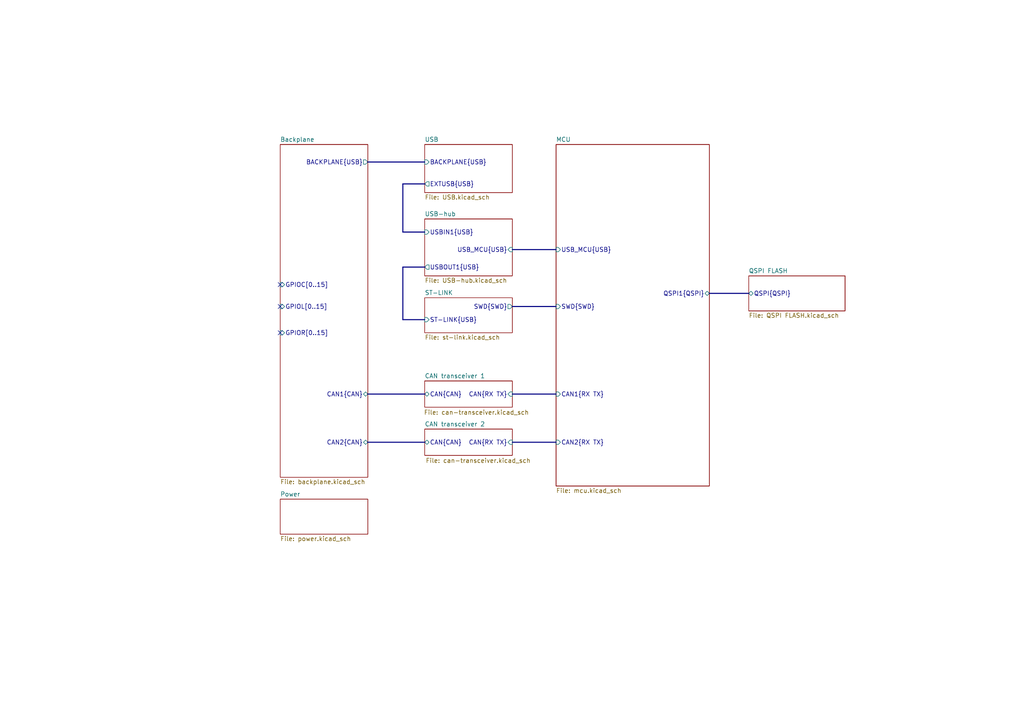
<source format=kicad_sch>
(kicad_sch
	(version 20231120)
	(generator "eeschema")
	(generator_version "8.0")
	(uuid "090a8e41-87a8-4fb1-998b-60a2c0dc4cee")
	(paper "A4")
	(title_block
		(title "ModuCard base module")
		(date "2024-12-23")
		(rev "1.0.0")
		(company "KoNaR")
		(comment 1 "Base project authors: Dominik Pluta, Artem Horiunov")
		(comment 2 "Project author: <author>")
	)
	(lib_symbols)
	(bus_alias "CAN"
		(members "+" "-")
	)
	(no_connect
		(at 81.28 82.55)
		(uuid "225d1b4d-20a1-48d7-98fe-8709d91fa2b8")
	)
	(no_connect
		(at 81.28 88.9)
		(uuid "4102e771-06b2-46c5-8768-1c4b40e21eea")
	)
	(no_connect
		(at 81.28 96.52)
		(uuid "b3c7e6b3-59d6-467d-a4c3-b7bb1d57cd13")
	)
	(bus
		(pts
			(xy 123.19 77.47) (xy 116.84 77.47)
		)
		(stroke
			(width 0)
			(type default)
		)
		(uuid "088fd8c2-eebb-4af1-bbe0-793e15cd7b8f")
	)
	(bus
		(pts
			(xy 106.68 114.3) (xy 123.19 114.3)
		)
		(stroke
			(width 0)
			(type default)
		)
		(uuid "0b7c907d-f1c4-42f1-b83e-70387c7fa799")
	)
	(bus
		(pts
			(xy 148.59 72.39) (xy 161.29 72.39)
		)
		(stroke
			(width 0)
			(type default)
		)
		(uuid "0c1d7469-42a8-449b-8405-80a700e5dd75")
	)
	(bus
		(pts
			(xy 123.19 53.34) (xy 116.84 53.34)
		)
		(stroke
			(width 0)
			(type default)
		)
		(uuid "3922af01-4562-42b3-9ff2-97c27f6880db")
	)
	(bus
		(pts
			(xy 106.68 46.99) (xy 123.19 46.99)
		)
		(stroke
			(width 0)
			(type default)
		)
		(uuid "3a76b16b-fd09-4b40-9715-921b33f4a267")
	)
	(bus
		(pts
			(xy 148.59 128.27) (xy 161.29 128.27)
		)
		(stroke
			(width 0)
			(type default)
		)
		(uuid "7ffc347e-25a7-4285-8492-119d5028459a")
	)
	(bus
		(pts
			(xy 205.74 85.09) (xy 217.17 85.09)
		)
		(stroke
			(width 0)
			(type default)
		)
		(uuid "b75e62e9-86a7-4e1f-a8bc-f2a6ae72f7b1")
	)
	(bus
		(pts
			(xy 116.84 92.71) (xy 123.19 92.71)
		)
		(stroke
			(width 0)
			(type default)
		)
		(uuid "c7a70df5-1b4b-46c9-a0b5-092a546e1998")
	)
	(bus
		(pts
			(xy 106.68 128.27) (xy 123.19 128.27)
		)
		(stroke
			(width 0)
			(type default)
		)
		(uuid "c8659fb4-8309-4884-99fe-e479e3dbee23")
	)
	(bus
		(pts
			(xy 116.84 53.34) (xy 116.84 67.31)
		)
		(stroke
			(width 0)
			(type default)
		)
		(uuid "d346c99e-d019-4069-bd82-8cd62f31a854")
	)
	(bus
		(pts
			(xy 116.84 67.31) (xy 123.19 67.31)
		)
		(stroke
			(width 0)
			(type default)
		)
		(uuid "d483e764-8507-449d-983b-24a260b85a68")
	)
	(bus
		(pts
			(xy 148.59 88.9) (xy 161.29 88.9)
		)
		(stroke
			(width 0)
			(type default)
		)
		(uuid "e0896ddb-f544-4d74-9e0f-10bfadbbdd75")
	)
	(bus
		(pts
			(xy 148.59 114.3) (xy 161.29 114.3)
		)
		(stroke
			(width 0)
			(type default)
		)
		(uuid "ef28c418-2b23-4a89-a4bc-eaba24d2bbc8")
	)
	(bus
		(pts
			(xy 116.84 77.47) (xy 116.84 92.71)
		)
		(stroke
			(width 0)
			(type default)
		)
		(uuid "f1a21ac5-05c7-4b93-b021-879868b83e38")
	)
	(sheet
		(at 123.19 124.46)
		(size 25.4 7.62)
		(stroke
			(width 0.1524)
			(type solid)
		)
		(fill
			(color 0 0 0 0.0000)
		)
		(uuid "0158e235-e8c1-4e7e-a900-a22642d17049")
		(property "Sheetname" "CAN transceiver 2"
			(at 123.19 123.7484 0)
			(effects
				(font
					(size 1.27 1.27)
				)
				(justify left bottom)
			)
		)
		(property "Sheetfile" "can-transceiver.kicad_sch"
			(at 123.444 132.842 0)
			(effects
				(font
					(size 1.27 1.27)
				)
				(justify left top)
			)
		)
		(pin "CAN{RX TX}" input
			(at 148.59 128.27 0)
			(effects
				(font
					(size 1.27 1.27)
				)
				(justify right)
			)
			(uuid "4671fdb0-d0e0-441d-8d1d-4860636d85e9")
		)
		(pin "CAN{CAN}" bidirectional
			(at 123.19 128.27 180)
			(effects
				(font
					(size 1.27 1.27)
				)
				(justify left)
			)
			(uuid "858eda0b-4235-4ae8-86e3-335d4ad9a1da")
		)
		(instances
			(project "base-module"
				(path "/090a8e41-87a8-4fb1-998b-60a2c0dc4cee"
					(page "6")
				)
			)
		)
	)
	(sheet
		(at 81.28 144.78)
		(size 25.4 10.16)
		(fields_autoplaced yes)
		(stroke
			(width 0.1524)
			(type solid)
		)
		(fill
			(color 0 0 0 0.0000)
		)
		(uuid "3f372eb1-53a4-4b00-8846-6751dd401eeb")
		(property "Sheetname" "Power"
			(at 81.28 144.0684 0)
			(effects
				(font
					(size 1.27 1.27)
				)
				(justify left bottom)
			)
		)
		(property "Sheetfile" "power.kicad_sch"
			(at 81.28 155.5246 0)
			(effects
				(font
					(size 1.27 1.27)
				)
				(justify left top)
			)
		)
		(instances
			(project "base-module"
				(path "/090a8e41-87a8-4fb1-998b-60a2c0dc4cee"
					(page "3")
				)
			)
		)
	)
	(sheet
		(at 123.19 110.49)
		(size 25.4 7.62)
		(stroke
			(width 0.1524)
			(type solid)
		)
		(fill
			(color 0 0 0 0.0000)
		)
		(uuid "3f4a4c31-63d6-4264-8452-81b45fffd897")
		(property "Sheetname" "CAN transceiver 1"
			(at 123.19 109.7784 0)
			(effects
				(font
					(size 1.27 1.27)
				)
				(justify left bottom)
			)
		)
		(property "Sheetfile" "can-transceiver.kicad_sch"
			(at 122.936 118.872 0)
			(effects
				(font
					(size 1.27 1.27)
				)
				(justify left top)
			)
		)
		(pin "CAN{RX TX}" input
			(at 148.59 114.3 0)
			(effects
				(font
					(size 1.27 1.27)
				)
				(justify right)
			)
			(uuid "2ad324a7-4e76-4def-a2aa-f7156431611c")
		)
		(pin "CAN{CAN}" bidirectional
			(at 123.19 114.3 180)
			(effects
				(font
					(size 1.27 1.27)
				)
				(justify left)
			)
			(uuid "dd8404cf-fd75-41cc-aa36-6f2c3a0e4af5")
		)
		(instances
			(project "base-module"
				(path "/090a8e41-87a8-4fb1-998b-60a2c0dc4cee"
					(page "5")
				)
			)
		)
	)
	(sheet
		(at 123.19 41.91)
		(size 25.4 13.97)
		(fields_autoplaced yes)
		(stroke
			(width 0.1524)
			(type solid)
		)
		(fill
			(color 0 0 0 0.0000)
		)
		(uuid "8fd5ae83-0658-4178-9e81-18085647e2bb")
		(property "Sheetname" "USB"
			(at 123.19 41.1984 0)
			(effects
				(font
					(size 1.27 1.27)
				)
				(justify left bottom)
			)
		)
		(property "Sheetfile" "USB.kicad_sch"
			(at 123.19 56.4646 0)
			(effects
				(font
					(size 1.27 1.27)
				)
				(justify left top)
			)
		)
		(pin "BACKPLANE{USB}" input
			(at 123.19 46.99 180)
			(effects
				(font
					(size 1.27 1.27)
				)
				(justify left)
			)
			(uuid "49cd1327-0574-4555-b98d-686ad06add1f")
		)
		(pin "EXTUSB{USB}" output
			(at 123.19 53.34 180)
			(effects
				(font
					(size 1.27 1.27)
				)
				(justify left)
			)
			(uuid "c146d2d2-99d4-47de-b999-c91753c99574")
		)
		(instances
			(project "base-module"
				(path "/090a8e41-87a8-4fb1-998b-60a2c0dc4cee"
					(page "8")
				)
			)
		)
	)
	(sheet
		(at 161.29 41.91)
		(size 44.45 99.06)
		(fields_autoplaced yes)
		(stroke
			(width 0.1524)
			(type solid)
		)
		(fill
			(color 0 0 0 0.0000)
		)
		(uuid "ae074854-c02c-496b-964f-ecb8956e53f8")
		(property "Sheetname" "MCU"
			(at 161.29 41.1984 0)
			(effects
				(font
					(size 1.27 1.27)
				)
				(justify left bottom)
			)
		)
		(property "Sheetfile" "mcu.kicad_sch"
			(at 161.29 141.5546 0)
			(effects
				(font
					(size 1.27 1.27)
				)
				(justify left top)
			)
		)
		(pin "QSPI1{QSPI}" bidirectional
			(at 205.74 85.09 0)
			(effects
				(font
					(size 1.27 1.27)
				)
				(justify right)
			)
			(uuid "0a967f7e-bc5a-4548-8588-a3f32ad6b6f8")
		)
		(pin "CAN2{RX TX}" input
			(at 161.29 128.27 180)
			(effects
				(font
					(size 1.27 1.27)
				)
				(justify left)
			)
			(uuid "8c8ec780-1712-44db-9376-b03ba592cd9d")
		)
		(pin "CAN1{RX TX}" input
			(at 161.29 114.3 180)
			(effects
				(font
					(size 1.27 1.27)
				)
				(justify left)
			)
			(uuid "f0869290-4d95-416e-9491-be40cdf216cd")
		)
		(pin "SWD{SWD}" input
			(at 161.29 88.9 180)
			(effects
				(font
					(size 1.27 1.27)
				)
				(justify left)
			)
			(uuid "b5a0d17e-17b9-488f-996c-746b62a94522")
		)
		(pin "USB_MCU{USB}" input
			(at 161.29 72.39 180)
			(effects
				(font
					(size 1.27 1.27)
				)
				(justify left)
			)
			(uuid "39375a4c-9c10-4301-9b74-766af280eb37")
		)
		(instances
			(project "base-module"
				(path "/090a8e41-87a8-4fb1-998b-60a2c0dc4cee"
					(page "4")
				)
			)
		)
	)
	(sheet
		(at 123.19 63.5)
		(size 25.4 16.51)
		(fields_autoplaced yes)
		(stroke
			(width 0.1524)
			(type solid)
		)
		(fill
			(color 0 0 0 0.0000)
		)
		(uuid "c4e62f69-aed8-45c4-bc74-414bd9b2dcad")
		(property "Sheetname" "USB-hub"
			(at 123.19 62.7884 0)
			(effects
				(font
					(size 1.27 1.27)
				)
				(justify left bottom)
			)
		)
		(property "Sheetfile" "USB-hub.kicad_sch"
			(at 123.19 80.5946 0)
			(effects
				(font
					(size 1.27 1.27)
				)
				(justify left top)
			)
		)
		(pin "USBIN1{USB}" input
			(at 123.19 67.31 180)
			(effects
				(font
					(size 1.27 1.27)
				)
				(justify left)
			)
			(uuid "70ba8c34-1228-4bf6-9d23-9d1360b2bc8c")
		)
		(pin "USBOUT1{USB}" output
			(at 123.19 77.47 180)
			(effects
				(font
					(size 1.27 1.27)
				)
				(justify left)
			)
			(uuid "bc0f17fd-1568-4cfd-a9dc-839741c5fc8e")
		)
		(pin "USB_MCU{USB}" input
			(at 148.59 72.39 0)
			(effects
				(font
					(size 1.27 1.27)
				)
				(justify right)
			)
			(uuid "0c956685-101a-4f07-b7bf-c720f0663eeb")
		)
		(instances
			(project "base-module"
				(path "/090a8e41-87a8-4fb1-998b-60a2c0dc4cee"
					(page "9")
				)
			)
		)
	)
	(sheet
		(at 217.17 80.01)
		(size 27.94 10.16)
		(fields_autoplaced yes)
		(stroke
			(width 0.1524)
			(type solid)
		)
		(fill
			(color 0 0 0 0.0000)
		)
		(uuid "e8ac371f-5104-4cae-bf76-5dce1f5864c3")
		(property "Sheetname" "QSPI FLASH"
			(at 217.17 79.2984 0)
			(effects
				(font
					(size 1.27 1.27)
				)
				(justify left bottom)
			)
		)
		(property "Sheetfile" "QSPI FLASH.kicad_sch"
			(at 217.17 90.7546 0)
			(effects
				(font
					(size 1.27 1.27)
				)
				(justify left top)
			)
		)
		(pin "QSPI{QSPI}" bidirectional
			(at 217.17 85.09 180)
			(effects
				(font
					(size 1.27 1.27)
				)
				(justify left)
			)
			(uuid "443041a0-7600-4d4d-a6ad-970474c79d47")
		)
		(instances
			(project "base-module"
				(path "/090a8e41-87a8-4fb1-998b-60a2c0dc4cee"
					(page "10")
				)
			)
		)
	)
	(sheet
		(at 123.19 86.36)
		(size 25.4 10.16)
		(fields_autoplaced yes)
		(stroke
			(width 0.1524)
			(type solid)
		)
		(fill
			(color 0 0 0 0.0000)
		)
		(uuid "ed5910e5-42de-4923-b023-9e23a66937d0")
		(property "Sheetname" "ST-LINK"
			(at 123.19 85.6484 0)
			(effects
				(font
					(size 1.27 1.27)
				)
				(justify left bottom)
			)
		)
		(property "Sheetfile" "st-link.kicad_sch"
			(at 123.19 97.1046 0)
			(effects
				(font
					(size 1.27 1.27)
				)
				(justify left top)
			)
		)
		(pin "ST-LINK{USB}" input
			(at 123.19 92.71 180)
			(effects
				(font
					(size 1.27 1.27)
				)
				(justify left)
			)
			(uuid "1f8bebf7-2c7a-401d-bf5b-ddb1b2e1fa68")
		)
		(pin "SWD{SWD}" output
			(at 148.59 88.9 0)
			(effects
				(font
					(size 1.27 1.27)
				)
				(justify right)
			)
			(uuid "b44b70df-07dc-4cd8-a434-5c68d0d5ae9b")
		)
		(instances
			(project "base-module"
				(path "/090a8e41-87a8-4fb1-998b-60a2c0dc4cee"
					(page "7")
				)
			)
		)
	)
	(sheet
		(at 81.28 41.91)
		(size 25.4 96.52)
		(fields_autoplaced yes)
		(stroke
			(width 0.1524)
			(type solid)
		)
		(fill
			(color 0 0 0 0.0000)
		)
		(uuid "ff3476d7-2f10-4f79-9864-988601c7ce1b")
		(property "Sheetname" "Backplane"
			(at 81.28 41.1984 0)
			(effects
				(font
					(size 1.27 1.27)
				)
				(justify left bottom)
			)
		)
		(property "Sheetfile" "backplane.kicad_sch"
			(at 81.28 139.0146 0)
			(effects
				(font
					(size 1.27 1.27)
				)
				(justify left top)
			)
		)
		(pin "GPIOC[0..15]" input
			(at 81.28 82.55 180)
			(effects
				(font
					(size 1.27 1.27)
				)
				(justify left)
			)
			(uuid "590059fb-ce6b-4594-a8d9-5ea16c12e994")
		)
		(pin "GPIOL[0..15]" input
			(at 81.28 88.9 180)
			(effects
				(font
					(size 1.27 1.27)
				)
				(justify left)
			)
			(uuid "1244bff8-cc00-45c3-ad70-38099735e42f")
		)
		(pin "GPIOR[0..15]" input
			(at 81.28 96.52 180)
			(effects
				(font
					(size 1.27 1.27)
				)
				(justify left)
			)
			(uuid "78f6447e-cc35-4bff-9181-e28e763cd973")
		)
		(pin "CAN1{CAN}" bidirectional
			(at 106.68 114.3 0)
			(effects
				(font
					(size 1.27 1.27)
				)
				(justify right)
			)
			(uuid "f5cc3410-a9f9-4327-97b1-b02ad5c607a0")
		)
		(pin "CAN2{CAN}" bidirectional
			(at 106.68 128.27 0)
			(effects
				(font
					(size 1.27 1.27)
				)
				(justify right)
			)
			(uuid "1bb521b1-9157-430e-bc39-7309cc0c519b")
		)
		(pin "BACKPLANE{USB}" output
			(at 106.68 46.99 0)
			(effects
				(font
					(size 1.27 1.27)
				)
				(justify right)
			)
			(uuid "de418b66-6533-4278-9c6e-995fea317169")
		)
		(instances
			(project "base-module"
				(path "/090a8e41-87a8-4fb1-998b-60a2c0dc4cee"
					(page "2")
				)
			)
		)
	)
	(sheet_instances
		(path "/"
			(page "1")
		)
	)
)

</source>
